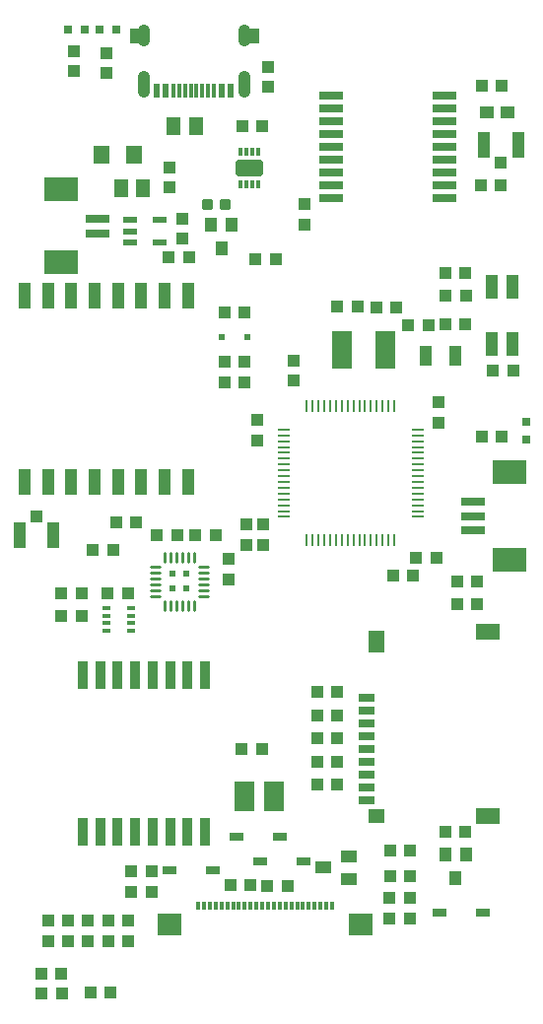
<source format=gbr>
G04 EAGLE Gerber RS-274X export*
G75*
%MOMM*%
%FSLAX34Y34*%
%LPD*%
%INSolderpaste Top*%
%IPPOS*%
%AMOC8*
5,1,8,0,0,1.08239X$1,22.5*%
G01*
%ADD10R,0.482600X0.482600*%
%ADD11C,0.254000*%
%ADD12R,2.000000X0.800000*%
%ADD13R,3.000000X2.100000*%
%ADD14R,1.400000X1.600000*%
%ADD15R,1.050000X1.080000*%
%ADD16R,1.080000X1.050000*%
%ADD17R,1.300000X1.500000*%
%ADD18R,0.900000X2.400000*%
%ADD19R,0.800000X0.800000*%
%ADD20R,1.100000X1.000000*%
%ADD21R,1.000000X1.100000*%
%ADD22R,1.200000X0.550000*%
%ADD23R,1.000000X2.000000*%
%ADD24R,0.700000X0.350000*%
%ADD25C,0.698500*%
%ADD26R,0.300000X0.727000*%
%ADD27R,1.700000X3.300000*%
%ADD28R,1.000000X1.800000*%
%ADD29R,0.220000X1.000000*%
%ADD30R,1.000000X0.220000*%
%ADD31R,2.000000X1.400000*%
%ADD32R,1.400000X1.280000*%
%ADD33R,1.400000X1.950000*%
%ADD34R,1.400000X0.700000*%
%ADD35R,0.300000X0.800000*%
%ADD36R,2.000000X1.900000*%
%ADD37C,1.000000*%
%ADD38R,0.300000X1.150000*%
%ADD39R,0.600000X1.150000*%
%ADD40C,0.044450*%
%ADD41R,1.700000X2.600000*%
%ADD42R,1.400000X1.000000*%
%ADD43R,1.200000X0.700000*%
%ADD44C,0.222250*%
%ADD45R,1.016000X1.143000*%
%ADD46R,1.066800X2.184400*%
%ADD47R,0.600000X0.600000*%
%ADD48R,2.000000X0.700000*%
%ADD49R,1.250000X1.000000*%
%ADD50R,1.100000X2.250000*%
%ADD51R,1.050000X1.100000*%


D10*
X146785Y363931D03*
X146785Y376631D03*
X158850Y364058D03*
X158850Y376250D03*
D11*
X139933Y353048D02*
X139933Y345428D01*
X145004Y345428D02*
X145004Y353048D01*
X150025Y353048D02*
X150025Y345428D01*
X155375Y345428D02*
X155375Y353048D01*
X160421Y353048D02*
X160421Y345428D01*
X165467Y345428D02*
X165467Y353048D01*
X169906Y357233D02*
X177526Y357233D01*
X177526Y362279D02*
X169906Y362279D01*
X169906Y367325D02*
X177526Y367325D01*
X177526Y372675D02*
X169906Y372675D01*
X169906Y377696D02*
X177526Y377696D01*
X177526Y382767D02*
X169906Y382767D01*
X165467Y386952D02*
X165467Y394572D01*
X160421Y394572D02*
X160421Y386952D01*
X155375Y386952D02*
X155375Y394572D01*
X150025Y394572D02*
X150025Y386952D01*
X145004Y386952D02*
X145004Y394572D01*
X139933Y394572D02*
X139933Y386952D01*
X135494Y382767D02*
X127874Y382767D01*
X127874Y377696D02*
X135494Y377696D01*
X135494Y372675D02*
X127874Y372675D01*
X127874Y367325D02*
X135494Y367325D01*
X135494Y362279D02*
X127874Y362279D01*
X127874Y357233D02*
X135494Y357233D01*
D12*
X82150Y681540D03*
X82150Y669040D03*
D13*
X50900Y706540D03*
X50900Y644040D03*
D14*
X86000Y736500D03*
X114000Y736500D03*
D15*
X143650Y648400D03*
X161150Y648400D03*
D16*
X154900Y681750D03*
X154900Y664250D03*
D15*
X151150Y409400D03*
X133650Y409400D03*
D17*
X166700Y760800D03*
X147700Y760800D03*
X121500Y707800D03*
X102500Y707800D03*
D15*
X439550Y551200D03*
X422050Y551200D03*
D16*
X194700Y389250D03*
X194700Y371750D03*
D15*
X321750Y605300D03*
X339250Y605300D03*
X305750Y605700D03*
X288250Y605700D03*
X381150Y590400D03*
X398650Y590400D03*
X366650Y590300D03*
X349150Y590300D03*
D18*
X129700Y289400D03*
X129700Y154400D03*
X144700Y154400D03*
X159700Y154400D03*
X174700Y154400D03*
X159700Y289400D03*
X69700Y289400D03*
X84700Y289400D03*
X99700Y289400D03*
X114700Y289400D03*
X144700Y289400D03*
X99700Y154400D03*
X69700Y154400D03*
X114700Y154400D03*
X84700Y154400D03*
X174700Y289400D03*
D19*
X98800Y844100D03*
X83800Y844100D03*
X56800Y843900D03*
X71800Y843900D03*
X450400Y492100D03*
X450400Y507100D03*
D20*
X144500Y725400D03*
X144500Y708400D03*
D21*
X95600Y396700D03*
X78600Y396700D03*
X115700Y420700D03*
X98700Y420700D03*
X412400Y494500D03*
X429400Y494500D03*
X223800Y760800D03*
X206800Y760800D03*
D20*
X61900Y825100D03*
X61900Y808100D03*
D22*
X109999Y680200D03*
X109999Y670700D03*
X109999Y661200D03*
X136001Y661200D03*
X136001Y680200D03*
D23*
X438900Y573800D03*
X420900Y573800D03*
X438900Y622800D03*
X420900Y622800D03*
D24*
X110850Y346850D03*
X110850Y340350D03*
X110850Y333850D03*
X110850Y327350D03*
X90350Y327350D03*
X90350Y333850D03*
X90350Y340350D03*
X90350Y346850D03*
D25*
X204027Y728493D02*
X221173Y728493D01*
X221173Y721507D01*
X204027Y721507D01*
X204027Y728493D01*
X204027Y728143D02*
X221173Y728143D01*
D26*
X220100Y739135D03*
X215100Y739135D03*
X210100Y739135D03*
X205100Y739135D03*
X205100Y710865D03*
X210100Y710865D03*
X215100Y710865D03*
X220100Y710865D03*
D27*
X292600Y568500D03*
X329600Y568500D03*
D28*
X364700Y563500D03*
X389700Y563500D03*
D29*
X302300Y520300D03*
X297300Y520300D03*
X312300Y520300D03*
X322300Y520300D03*
X332300Y520300D03*
X307300Y520300D03*
X317300Y520300D03*
X327300Y520300D03*
X337300Y520300D03*
X287300Y520300D03*
X277300Y520300D03*
X267300Y520300D03*
X262300Y520300D03*
X272300Y520300D03*
X282300Y520300D03*
X292300Y520300D03*
D30*
X242300Y465300D03*
X242300Y460300D03*
X242300Y475300D03*
X242300Y485300D03*
X242300Y495300D03*
X242300Y470300D03*
X242300Y480300D03*
X242300Y490300D03*
X242300Y500300D03*
X242300Y450300D03*
X242300Y440300D03*
X242300Y430300D03*
X242300Y425300D03*
X242300Y435300D03*
X242300Y445300D03*
X242300Y455300D03*
D29*
X297300Y405300D03*
X302300Y405300D03*
X287300Y405300D03*
X277300Y405300D03*
X267300Y405300D03*
X292300Y405300D03*
X282300Y405300D03*
X272300Y405300D03*
X262300Y405300D03*
X312300Y405300D03*
X322300Y405300D03*
X332300Y405300D03*
X337300Y405300D03*
X327300Y405300D03*
X317300Y405300D03*
X307300Y405300D03*
D30*
X357300Y460300D03*
X357300Y465300D03*
X357300Y450300D03*
X357300Y440300D03*
X357300Y430300D03*
X357300Y455300D03*
X357300Y445300D03*
X357300Y435300D03*
X357300Y425300D03*
X357300Y475300D03*
X357300Y485300D03*
X357300Y495300D03*
X357300Y500300D03*
X357300Y490300D03*
X357300Y480300D03*
X357300Y470300D03*
D31*
X418000Y326600D03*
X418000Y168600D03*
D32*
X322000Y168000D03*
D33*
X322000Y317850D03*
D34*
X313300Y269600D03*
X313300Y258600D03*
X313300Y247600D03*
X313300Y236600D03*
X313300Y225600D03*
X313300Y214600D03*
X313300Y203600D03*
X313300Y192600D03*
X313300Y181600D03*
D35*
X168900Y91500D03*
X173900Y91500D03*
X178900Y91500D03*
X183900Y91500D03*
X188900Y91500D03*
X193900Y91500D03*
X198900Y91500D03*
X203900Y91500D03*
X208900Y91500D03*
X213900Y91500D03*
X218900Y91500D03*
X223900Y91500D03*
X228900Y91500D03*
X233900Y91500D03*
X238900Y91500D03*
X243900Y91500D03*
X248900Y91500D03*
X253900Y91500D03*
X258900Y91500D03*
X263900Y91500D03*
X268900Y91500D03*
X273900Y91500D03*
X278900Y91500D03*
X283900Y91500D03*
D36*
X308400Y75500D03*
X144400Y75500D03*
D37*
X121830Y790950D02*
X121830Y802950D01*
X208230Y802950D02*
X208230Y790950D01*
X208230Y834450D02*
X208230Y843450D01*
X121830Y843450D02*
X121830Y834450D01*
D38*
X162530Y791200D03*
X157530Y791200D03*
X152530Y791200D03*
X147530Y791200D03*
X167530Y791200D03*
X172530Y791200D03*
X177530Y791200D03*
X182530Y791200D03*
D39*
X141030Y791200D03*
X189030Y791200D03*
X133030Y791200D03*
X197030Y791200D03*
D40*
X110007Y832652D02*
X110007Y844908D01*
X118453Y844908D01*
X118453Y832652D01*
X110007Y832652D01*
X110007Y833075D02*
X118453Y833075D01*
X118453Y833498D02*
X110007Y833498D01*
X110007Y833921D02*
X118453Y833921D01*
X118453Y834344D02*
X110007Y834344D01*
X110007Y834767D02*
X118453Y834767D01*
X118453Y835190D02*
X110007Y835190D01*
X110007Y835613D02*
X118453Y835613D01*
X118453Y836036D02*
X110007Y836036D01*
X110007Y836459D02*
X118453Y836459D01*
X118453Y836882D02*
X110007Y836882D01*
X110007Y837305D02*
X118453Y837305D01*
X118453Y837728D02*
X110007Y837728D01*
X110007Y838151D02*
X118453Y838151D01*
X118453Y838574D02*
X110007Y838574D01*
X110007Y838997D02*
X118453Y838997D01*
X118453Y839420D02*
X110007Y839420D01*
X110007Y839843D02*
X118453Y839843D01*
X118453Y840266D02*
X110007Y840266D01*
X110007Y840689D02*
X118453Y840689D01*
X118453Y841112D02*
X110007Y841112D01*
X110007Y841535D02*
X118453Y841535D01*
X118453Y841958D02*
X110007Y841958D01*
X110007Y842381D02*
X118453Y842381D01*
X118453Y842804D02*
X110007Y842804D01*
X110007Y843227D02*
X118453Y843227D01*
X118453Y843650D02*
X110007Y843650D01*
X110007Y844073D02*
X118453Y844073D01*
X118453Y844496D02*
X110007Y844496D01*
X211607Y844908D02*
X211607Y832652D01*
X211607Y844908D02*
X220053Y844908D01*
X220053Y832652D01*
X211607Y832652D01*
X211607Y833075D02*
X220053Y833075D01*
X220053Y833498D02*
X211607Y833498D01*
X211607Y833921D02*
X220053Y833921D01*
X220053Y834344D02*
X211607Y834344D01*
X211607Y834767D02*
X220053Y834767D01*
X220053Y835190D02*
X211607Y835190D01*
X211607Y835613D02*
X220053Y835613D01*
X220053Y836036D02*
X211607Y836036D01*
X211607Y836459D02*
X220053Y836459D01*
X220053Y836882D02*
X211607Y836882D01*
X211607Y837305D02*
X220053Y837305D01*
X220053Y837728D02*
X211607Y837728D01*
X211607Y838151D02*
X220053Y838151D01*
X220053Y838574D02*
X211607Y838574D01*
X211607Y838997D02*
X220053Y838997D01*
X220053Y839420D02*
X211607Y839420D01*
X211607Y839843D02*
X220053Y839843D01*
X220053Y840266D02*
X211607Y840266D01*
X211607Y840689D02*
X220053Y840689D01*
X220053Y841112D02*
X211607Y841112D01*
X211607Y841535D02*
X220053Y841535D01*
X220053Y841958D02*
X211607Y841958D01*
X211607Y842381D02*
X220053Y842381D01*
X220053Y842804D02*
X211607Y842804D01*
X211607Y843227D02*
X220053Y843227D01*
X220053Y843650D02*
X211607Y843650D01*
X211607Y844073D02*
X220053Y844073D01*
X220053Y844496D02*
X211607Y844496D01*
D15*
X223450Y225600D03*
X205950Y225600D03*
D16*
X39700Y78450D03*
X39700Y60950D03*
X57000Y78450D03*
X57000Y60950D03*
X74300Y78450D03*
X74300Y60950D03*
X91600Y78450D03*
X91600Y60950D03*
X108900Y78450D03*
X108900Y60950D03*
D15*
X111550Y121200D03*
X129050Y121200D03*
X111550Y103500D03*
X129050Y103500D03*
D41*
X209000Y185400D03*
X234000Y185400D03*
D15*
X213850Y108800D03*
X196350Y108800D03*
X228450Y108600D03*
X245950Y108600D03*
D21*
X351200Y116300D03*
X334200Y116300D03*
X351200Y138700D03*
X334200Y138700D03*
D42*
X276600Y124000D03*
X298600Y133500D03*
X298600Y114500D03*
D43*
X259200Y129500D03*
X222200Y129500D03*
X181100Y121550D03*
X144100Y121550D03*
X202050Y150900D03*
X239050Y150900D03*
D16*
X350500Y98050D03*
X350500Y80550D03*
X333200Y98050D03*
X333200Y80550D03*
D44*
X179664Y690666D02*
X172996Y690666D01*
X172996Y697334D01*
X179664Y697334D01*
X179664Y690666D01*
X179664Y692778D02*
X172996Y692778D01*
X172996Y694890D02*
X179664Y694890D01*
X179664Y697002D02*
X172996Y697002D01*
X188236Y690666D02*
X194904Y690666D01*
X188236Y690666D02*
X188236Y697334D01*
X194904Y697334D01*
X194904Y690666D01*
X194904Y692778D02*
X188236Y692778D01*
X188236Y694890D02*
X194904Y694890D01*
X194904Y697002D02*
X188236Y697002D01*
D45*
X188950Y655740D03*
X180060Y676060D03*
X197840Y676060D03*
D46*
X20000Y455000D03*
X40000Y455000D03*
X60000Y455000D03*
X80000Y455000D03*
X100000Y455000D03*
X120000Y455000D03*
X140000Y455000D03*
X160000Y455000D03*
X160000Y615000D03*
X140000Y615000D03*
X120000Y615000D03*
X100000Y615000D03*
X80000Y615000D03*
X60000Y615000D03*
X40000Y615000D03*
X20000Y615000D03*
D21*
X288500Y275000D03*
X271500Y275000D03*
X288500Y255000D03*
X271500Y255000D03*
X288500Y235000D03*
X271500Y235000D03*
X288500Y215000D03*
X271500Y215000D03*
X288500Y195000D03*
X271500Y195000D03*
D20*
X229000Y794500D03*
X229000Y811500D03*
X90000Y823500D03*
X90000Y806500D03*
D15*
X336250Y375000D03*
X353750Y375000D03*
D16*
X210000Y401250D03*
X210000Y418750D03*
D21*
X76500Y17000D03*
X93500Y17000D03*
D15*
X51750Y16000D03*
X34250Y16000D03*
D21*
X34500Y33000D03*
X51500Y33000D03*
X398500Y635000D03*
X381500Y635000D03*
D15*
X398750Y615000D03*
X381250Y615000D03*
D21*
X408500Y350000D03*
X391500Y350000D03*
D15*
X408750Y370000D03*
X391250Y370000D03*
D21*
X208500Y559000D03*
X191500Y559000D03*
D15*
X208750Y541000D03*
X191250Y541000D03*
D21*
X51500Y340000D03*
X68500Y340000D03*
D15*
X51250Y360000D03*
X68750Y360000D03*
D47*
X189000Y580000D03*
X211000Y580000D03*
D21*
X191500Y601000D03*
X208500Y601000D03*
X381500Y155000D03*
X398500Y155000D03*
D43*
X413500Y85000D03*
X376500Y85000D03*
D45*
X390000Y114840D03*
X381110Y135160D03*
X398890Y135160D03*
D15*
X356250Y390000D03*
X373750Y390000D03*
D16*
X225000Y418750D03*
X225000Y401250D03*
X220000Y491250D03*
X220000Y508750D03*
X251000Y542250D03*
X251000Y559750D03*
X375000Y506250D03*
X375000Y523750D03*
D15*
X166250Y410000D03*
X183750Y410000D03*
X91250Y360000D03*
X108750Y360000D03*
D12*
X405000Y413500D03*
X405000Y426000D03*
X405000Y438500D03*
D13*
X436250Y388500D03*
X436250Y463500D03*
D48*
X283200Y787100D03*
X283200Y776100D03*
X283200Y765100D03*
X283200Y754100D03*
X283200Y743100D03*
X283200Y732100D03*
X283200Y721100D03*
X283200Y710100D03*
X283200Y699100D03*
X380200Y699100D03*
X380200Y710100D03*
X380200Y721100D03*
X380200Y732100D03*
X380200Y743100D03*
X380200Y754100D03*
X380200Y765100D03*
X380200Y776100D03*
X380200Y787100D03*
D16*
X260000Y693750D03*
X260000Y676250D03*
D49*
X435000Y773000D03*
X417000Y773000D03*
D21*
X429500Y796000D03*
X412500Y796000D03*
X428500Y710000D03*
X411500Y710000D03*
D50*
X414250Y745000D03*
X443750Y745000D03*
D51*
X429000Y729500D03*
D50*
X44750Y410000D03*
X15250Y410000D03*
D51*
X30000Y425500D03*
D15*
X218250Y647000D03*
X235750Y647000D03*
M02*

</source>
